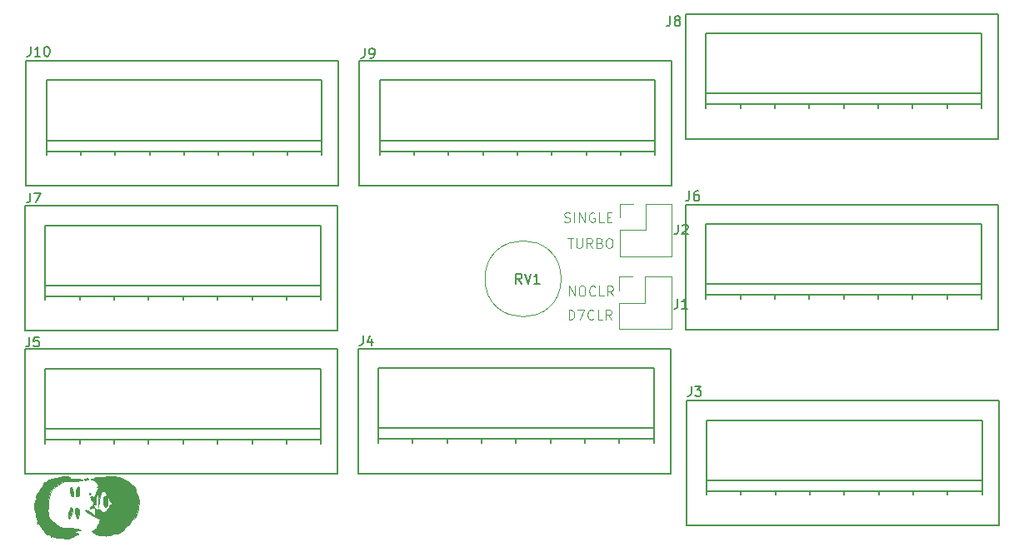
<source format=gbr>
G04 #@! TF.FileFunction,Legend,Top*
%FSLAX46Y46*%
G04 Gerber Fmt 4.6, Leading zero omitted, Abs format (unit mm)*
G04 Created by KiCad (PCBNEW 4.0.6) date Tue Oct  9 15:10:24 2018*
%MOMM*%
%LPD*%
G01*
G04 APERTURE LIST*
%ADD10C,0.100000*%
%ADD11C,0.125000*%
%ADD12C,0.010000*%
%ADD13C,0.150000*%
%ADD14C,0.120000*%
G04 APERTURE END LIST*
D10*
D11*
X156147143Y-106552381D02*
X156147143Y-105552381D01*
X156385238Y-105552381D01*
X156528096Y-105600000D01*
X156623334Y-105695238D01*
X156670953Y-105790476D01*
X156718572Y-105980952D01*
X156718572Y-106123810D01*
X156670953Y-106314286D01*
X156623334Y-106409524D01*
X156528096Y-106504762D01*
X156385238Y-106552381D01*
X156147143Y-106552381D01*
X157051905Y-105552381D02*
X157718572Y-105552381D01*
X157290000Y-106552381D01*
X158670953Y-106457143D02*
X158623334Y-106504762D01*
X158480477Y-106552381D01*
X158385239Y-106552381D01*
X158242381Y-106504762D01*
X158147143Y-106409524D01*
X158099524Y-106314286D01*
X158051905Y-106123810D01*
X158051905Y-105980952D01*
X158099524Y-105790476D01*
X158147143Y-105695238D01*
X158242381Y-105600000D01*
X158385239Y-105552381D01*
X158480477Y-105552381D01*
X158623334Y-105600000D01*
X158670953Y-105647619D01*
X159575715Y-106552381D02*
X159099524Y-106552381D01*
X159099524Y-105552381D01*
X160480477Y-106552381D02*
X160147143Y-106076190D01*
X159909048Y-106552381D02*
X159909048Y-105552381D01*
X160290001Y-105552381D01*
X160385239Y-105600000D01*
X160432858Y-105647619D01*
X160480477Y-105742857D01*
X160480477Y-105885714D01*
X160432858Y-105980952D01*
X160385239Y-106028571D01*
X160290001Y-106076190D01*
X159909048Y-106076190D01*
X156155714Y-104122381D02*
X156155714Y-103122381D01*
X156727143Y-104122381D01*
X156727143Y-103122381D01*
X157393809Y-103122381D02*
X157584286Y-103122381D01*
X157679524Y-103170000D01*
X157774762Y-103265238D01*
X157822381Y-103455714D01*
X157822381Y-103789048D01*
X157774762Y-103979524D01*
X157679524Y-104074762D01*
X157584286Y-104122381D01*
X157393809Y-104122381D01*
X157298571Y-104074762D01*
X157203333Y-103979524D01*
X157155714Y-103789048D01*
X157155714Y-103455714D01*
X157203333Y-103265238D01*
X157298571Y-103170000D01*
X157393809Y-103122381D01*
X158822381Y-104027143D02*
X158774762Y-104074762D01*
X158631905Y-104122381D01*
X158536667Y-104122381D01*
X158393809Y-104074762D01*
X158298571Y-103979524D01*
X158250952Y-103884286D01*
X158203333Y-103693810D01*
X158203333Y-103550952D01*
X158250952Y-103360476D01*
X158298571Y-103265238D01*
X158393809Y-103170000D01*
X158536667Y-103122381D01*
X158631905Y-103122381D01*
X158774762Y-103170000D01*
X158822381Y-103217619D01*
X159727143Y-104122381D02*
X159250952Y-104122381D01*
X159250952Y-103122381D01*
X160631905Y-104122381D02*
X160298571Y-103646190D01*
X160060476Y-104122381D02*
X160060476Y-103122381D01*
X160441429Y-103122381D01*
X160536667Y-103170000D01*
X160584286Y-103217619D01*
X160631905Y-103312857D01*
X160631905Y-103455714D01*
X160584286Y-103550952D01*
X160536667Y-103598571D01*
X160441429Y-103646190D01*
X160060476Y-103646190D01*
X156016667Y-98252381D02*
X156588096Y-98252381D01*
X156302381Y-99252381D02*
X156302381Y-98252381D01*
X156921429Y-98252381D02*
X156921429Y-99061905D01*
X156969048Y-99157143D01*
X157016667Y-99204762D01*
X157111905Y-99252381D01*
X157302382Y-99252381D01*
X157397620Y-99204762D01*
X157445239Y-99157143D01*
X157492858Y-99061905D01*
X157492858Y-98252381D01*
X158540477Y-99252381D02*
X158207143Y-98776190D01*
X157969048Y-99252381D02*
X157969048Y-98252381D01*
X158350001Y-98252381D01*
X158445239Y-98300000D01*
X158492858Y-98347619D01*
X158540477Y-98442857D01*
X158540477Y-98585714D01*
X158492858Y-98680952D01*
X158445239Y-98728571D01*
X158350001Y-98776190D01*
X157969048Y-98776190D01*
X159302382Y-98728571D02*
X159445239Y-98776190D01*
X159492858Y-98823810D01*
X159540477Y-98919048D01*
X159540477Y-99061905D01*
X159492858Y-99157143D01*
X159445239Y-99204762D01*
X159350001Y-99252381D01*
X158969048Y-99252381D01*
X158969048Y-98252381D01*
X159302382Y-98252381D01*
X159397620Y-98300000D01*
X159445239Y-98347619D01*
X159492858Y-98442857D01*
X159492858Y-98538095D01*
X159445239Y-98633333D01*
X159397620Y-98680952D01*
X159302382Y-98728571D01*
X158969048Y-98728571D01*
X160159524Y-98252381D02*
X160350001Y-98252381D01*
X160445239Y-98300000D01*
X160540477Y-98395238D01*
X160588096Y-98585714D01*
X160588096Y-98919048D01*
X160540477Y-99109524D01*
X160445239Y-99204762D01*
X160350001Y-99252381D01*
X160159524Y-99252381D01*
X160064286Y-99204762D01*
X159969048Y-99109524D01*
X159921429Y-98919048D01*
X159921429Y-98585714D01*
X159969048Y-98395238D01*
X160064286Y-98300000D01*
X160159524Y-98252381D01*
X155695238Y-96584762D02*
X155838095Y-96632381D01*
X156076191Y-96632381D01*
X156171429Y-96584762D01*
X156219048Y-96537143D01*
X156266667Y-96441905D01*
X156266667Y-96346667D01*
X156219048Y-96251429D01*
X156171429Y-96203810D01*
X156076191Y-96156190D01*
X155885714Y-96108571D01*
X155790476Y-96060952D01*
X155742857Y-96013333D01*
X155695238Y-95918095D01*
X155695238Y-95822857D01*
X155742857Y-95727619D01*
X155790476Y-95680000D01*
X155885714Y-95632381D01*
X156123810Y-95632381D01*
X156266667Y-95680000D01*
X156695238Y-96632381D02*
X156695238Y-95632381D01*
X157171428Y-96632381D02*
X157171428Y-95632381D01*
X157742857Y-96632381D01*
X157742857Y-95632381D01*
X158742857Y-95680000D02*
X158647619Y-95632381D01*
X158504762Y-95632381D01*
X158361904Y-95680000D01*
X158266666Y-95775238D01*
X158219047Y-95870476D01*
X158171428Y-96060952D01*
X158171428Y-96203810D01*
X158219047Y-96394286D01*
X158266666Y-96489524D01*
X158361904Y-96584762D01*
X158504762Y-96632381D01*
X158600000Y-96632381D01*
X158742857Y-96584762D01*
X158790476Y-96537143D01*
X158790476Y-96203810D01*
X158600000Y-96203810D01*
X159695238Y-96632381D02*
X159219047Y-96632381D01*
X159219047Y-95632381D01*
X160028571Y-96108571D02*
X160361905Y-96108571D01*
X160504762Y-96632381D02*
X160028571Y-96632381D01*
X160028571Y-95632381D01*
X160504762Y-95632381D01*
D12*
G36*
X107027154Y-125885398D02*
X107194231Y-125920161D01*
X107198632Y-125921221D01*
X107413951Y-126021518D01*
X107647749Y-126199011D01*
X107715752Y-126266236D01*
X107898220Y-126437544D01*
X108049847Y-126538877D01*
X108092519Y-126550667D01*
X108159517Y-126526171D01*
X108102266Y-126449067D01*
X108037847Y-126304015D01*
X108004657Y-126070648D01*
X108003359Y-126004567D01*
X108010320Y-125795180D01*
X108037586Y-125731162D01*
X108101566Y-125788593D01*
X108128029Y-125822830D01*
X108225637Y-125927850D01*
X108281837Y-125895584D01*
X108300149Y-125853324D01*
X108353835Y-125783726D01*
X108447524Y-125827029D01*
X108552630Y-125924995D01*
X108776532Y-126094330D01*
X108968321Y-126110595D01*
X109060955Y-126062537D01*
X109171843Y-125945389D01*
X109300862Y-125762572D01*
X109409610Y-125575250D01*
X109459688Y-125444583D01*
X109458828Y-125428834D01*
X109509183Y-125372936D01*
X109567000Y-125365334D01*
X109672751Y-125307735D01*
X109683827Y-125185333D01*
X109600228Y-125073718D01*
X109567000Y-125057285D01*
X109459917Y-124941823D01*
X109440000Y-124848275D01*
X109404682Y-124715661D01*
X109359757Y-124688000D01*
X109310514Y-124764411D01*
X109270091Y-124960669D01*
X109253924Y-125132500D01*
X109229563Y-125395565D01*
X109183985Y-125529566D01*
X109099547Y-125574732D01*
X109059000Y-125577000D01*
X108964990Y-125557143D01*
X108909705Y-125472528D01*
X108879446Y-125285590D01*
X108864338Y-125043167D01*
X108855829Y-124752175D01*
X108871088Y-124594607D01*
X108918709Y-124535233D01*
X108988269Y-124535167D01*
X109119860Y-124494872D01*
X109174085Y-124358116D01*
X109134094Y-124186589D01*
X109097957Y-124133600D01*
X108923609Y-124005781D01*
X108757136Y-124032654D01*
X108610471Y-124199629D01*
X108495547Y-124492112D01*
X108424296Y-124895512D01*
X108418086Y-124965015D01*
X108369840Y-125577000D01*
X108354586Y-124923491D01*
X108341605Y-124591061D01*
X108317375Y-124399008D01*
X108275099Y-124318436D01*
X108212333Y-124318716D01*
X108134147Y-124404252D01*
X108094259Y-124604051D01*
X108085333Y-124866392D01*
X108076027Y-125155440D01*
X108042083Y-125309858D01*
X107974462Y-125363629D01*
X107952627Y-125365334D01*
X107861387Y-125410092D01*
X107877031Y-125545270D01*
X107895854Y-125670372D01*
X107836695Y-125664981D01*
X107696885Y-125660087D01*
X107623495Y-125700823D01*
X107500209Y-125749398D01*
X107452874Y-125708112D01*
X107466776Y-125629865D01*
X107515696Y-125619334D01*
X107639024Y-125550919D01*
X107725723Y-125428834D01*
X107792133Y-125232674D01*
X107806977Y-125060376D01*
X107768342Y-124969546D01*
X107741022Y-124967871D01*
X107669191Y-124920388D01*
X107663266Y-124899667D01*
X107599070Y-124762374D01*
X107562844Y-124712876D01*
X107510053Y-124573506D01*
X107570037Y-124490041D01*
X107697037Y-124514649D01*
X107721033Y-124532527D01*
X107838544Y-124589476D01*
X107944387Y-124508618D01*
X107967495Y-124478122D01*
X108062554Y-124286934D01*
X108085333Y-124168025D01*
X108139638Y-124003310D01*
X108191166Y-123951374D01*
X108281821Y-123834907D01*
X108306421Y-123690944D01*
X108258196Y-123594599D01*
X108224092Y-123586037D01*
X108190763Y-123554350D01*
X108242241Y-123512138D01*
X108302648Y-123393083D01*
X108252319Y-123223677D01*
X108122697Y-123045544D01*
X107945222Y-122900308D01*
X107751336Y-122829596D01*
X107725500Y-122828027D01*
X107599724Y-122789439D01*
X107577333Y-122748594D01*
X107644171Y-122703439D01*
X107734990Y-122713082D01*
X107892685Y-122689152D01*
X107943934Y-122620659D01*
X108027561Y-122533541D01*
X108210016Y-122519092D01*
X108315444Y-122530613D01*
X108569746Y-122539396D01*
X108909634Y-122518451D01*
X109209112Y-122480131D01*
X109900956Y-122442993D01*
X110545248Y-122568019D01*
X111147547Y-122856716D01*
X111472000Y-123093268D01*
X111759756Y-123337534D01*
X111944197Y-123519615D01*
X112057004Y-123679551D01*
X112129858Y-123857377D01*
X112160682Y-123963581D01*
X112254561Y-124280263D01*
X112360047Y-124596485D01*
X112370829Y-124626214D01*
X112466677Y-125093857D01*
X112443229Y-125659846D01*
X112408982Y-125873334D01*
X112262713Y-126356168D01*
X112030939Y-126720616D01*
X111824620Y-126893226D01*
X111647524Y-127040347D01*
X111558985Y-127191131D01*
X111556666Y-127213166D01*
X111486560Y-127360709D01*
X111341078Y-127468382D01*
X111146459Y-127612207D01*
X110981260Y-127820076D01*
X110981245Y-127820104D01*
X110858318Y-127991387D01*
X110749679Y-128073024D01*
X110740225Y-128074132D01*
X110625528Y-128141782D01*
X110600963Y-128185385D01*
X110492396Y-128259598D01*
X110260311Y-128308257D01*
X110149376Y-128317280D01*
X109901619Y-128342564D01*
X109732894Y-128382967D01*
X109695971Y-128406236D01*
X109586302Y-128451054D01*
X109485215Y-128448483D01*
X109292826Y-128469373D01*
X109210048Y-128513175D01*
X109068892Y-128555351D01*
X108986454Y-128508060D01*
X108823089Y-128454366D01*
X108616341Y-128463766D01*
X108402970Y-128468355D01*
X108171055Y-128379884D01*
X107996467Y-128273573D01*
X107631828Y-128032334D01*
X107857997Y-127952695D01*
X108044024Y-127835181D01*
X108137097Y-127698695D01*
X108231904Y-127490752D01*
X108295642Y-127397334D01*
X108396648Y-127217366D01*
X108454087Y-127047410D01*
X108467839Y-126886413D01*
X108383876Y-126786305D01*
X108232625Y-126716379D01*
X107971293Y-126588304D01*
X107706627Y-126423039D01*
X107688815Y-126410136D01*
X107498125Y-126283209D01*
X107361226Y-126215478D01*
X107342104Y-126212000D01*
X107233892Y-126155125D01*
X107105921Y-126036319D01*
X107004347Y-125915887D01*
X107027154Y-125885398D01*
X107027154Y-125885398D01*
G37*
X107027154Y-125885398D02*
X107194231Y-125920161D01*
X107198632Y-125921221D01*
X107413951Y-126021518D01*
X107647749Y-126199011D01*
X107715752Y-126266236D01*
X107898220Y-126437544D01*
X108049847Y-126538877D01*
X108092519Y-126550667D01*
X108159517Y-126526171D01*
X108102266Y-126449067D01*
X108037847Y-126304015D01*
X108004657Y-126070648D01*
X108003359Y-126004567D01*
X108010320Y-125795180D01*
X108037586Y-125731162D01*
X108101566Y-125788593D01*
X108128029Y-125822830D01*
X108225637Y-125927850D01*
X108281837Y-125895584D01*
X108300149Y-125853324D01*
X108353835Y-125783726D01*
X108447524Y-125827029D01*
X108552630Y-125924995D01*
X108776532Y-126094330D01*
X108968321Y-126110595D01*
X109060955Y-126062537D01*
X109171843Y-125945389D01*
X109300862Y-125762572D01*
X109409610Y-125575250D01*
X109459688Y-125444583D01*
X109458828Y-125428834D01*
X109509183Y-125372936D01*
X109567000Y-125365334D01*
X109672751Y-125307735D01*
X109683827Y-125185333D01*
X109600228Y-125073718D01*
X109567000Y-125057285D01*
X109459917Y-124941823D01*
X109440000Y-124848275D01*
X109404682Y-124715661D01*
X109359757Y-124688000D01*
X109310514Y-124764411D01*
X109270091Y-124960669D01*
X109253924Y-125132500D01*
X109229563Y-125395565D01*
X109183985Y-125529566D01*
X109099547Y-125574732D01*
X109059000Y-125577000D01*
X108964990Y-125557143D01*
X108909705Y-125472528D01*
X108879446Y-125285590D01*
X108864338Y-125043167D01*
X108855829Y-124752175D01*
X108871088Y-124594607D01*
X108918709Y-124535233D01*
X108988269Y-124535167D01*
X109119860Y-124494872D01*
X109174085Y-124358116D01*
X109134094Y-124186589D01*
X109097957Y-124133600D01*
X108923609Y-124005781D01*
X108757136Y-124032654D01*
X108610471Y-124199629D01*
X108495547Y-124492112D01*
X108424296Y-124895512D01*
X108418086Y-124965015D01*
X108369840Y-125577000D01*
X108354586Y-124923491D01*
X108341605Y-124591061D01*
X108317375Y-124399008D01*
X108275099Y-124318436D01*
X108212333Y-124318716D01*
X108134147Y-124404252D01*
X108094259Y-124604051D01*
X108085333Y-124866392D01*
X108076027Y-125155440D01*
X108042083Y-125309858D01*
X107974462Y-125363629D01*
X107952627Y-125365334D01*
X107861387Y-125410092D01*
X107877031Y-125545270D01*
X107895854Y-125670372D01*
X107836695Y-125664981D01*
X107696885Y-125660087D01*
X107623495Y-125700823D01*
X107500209Y-125749398D01*
X107452874Y-125708112D01*
X107466776Y-125629865D01*
X107515696Y-125619334D01*
X107639024Y-125550919D01*
X107725723Y-125428834D01*
X107792133Y-125232674D01*
X107806977Y-125060376D01*
X107768342Y-124969546D01*
X107741022Y-124967871D01*
X107669191Y-124920388D01*
X107663266Y-124899667D01*
X107599070Y-124762374D01*
X107562844Y-124712876D01*
X107510053Y-124573506D01*
X107570037Y-124490041D01*
X107697037Y-124514649D01*
X107721033Y-124532527D01*
X107838544Y-124589476D01*
X107944387Y-124508618D01*
X107967495Y-124478122D01*
X108062554Y-124286934D01*
X108085333Y-124168025D01*
X108139638Y-124003310D01*
X108191166Y-123951374D01*
X108281821Y-123834907D01*
X108306421Y-123690944D01*
X108258196Y-123594599D01*
X108224092Y-123586037D01*
X108190763Y-123554350D01*
X108242241Y-123512138D01*
X108302648Y-123393083D01*
X108252319Y-123223677D01*
X108122697Y-123045544D01*
X107945222Y-122900308D01*
X107751336Y-122829596D01*
X107725500Y-122828027D01*
X107599724Y-122789439D01*
X107577333Y-122748594D01*
X107644171Y-122703439D01*
X107734990Y-122713082D01*
X107892685Y-122689152D01*
X107943934Y-122620659D01*
X108027561Y-122533541D01*
X108210016Y-122519092D01*
X108315444Y-122530613D01*
X108569746Y-122539396D01*
X108909634Y-122518451D01*
X109209112Y-122480131D01*
X109900956Y-122442993D01*
X110545248Y-122568019D01*
X111147547Y-122856716D01*
X111472000Y-123093268D01*
X111759756Y-123337534D01*
X111944197Y-123519615D01*
X112057004Y-123679551D01*
X112129858Y-123857377D01*
X112160682Y-123963581D01*
X112254561Y-124280263D01*
X112360047Y-124596485D01*
X112370829Y-124626214D01*
X112466677Y-125093857D01*
X112443229Y-125659846D01*
X112408982Y-125873334D01*
X112262713Y-126356168D01*
X112030939Y-126720616D01*
X111824620Y-126893226D01*
X111647524Y-127040347D01*
X111558985Y-127191131D01*
X111556666Y-127213166D01*
X111486560Y-127360709D01*
X111341078Y-127468382D01*
X111146459Y-127612207D01*
X110981260Y-127820076D01*
X110981245Y-127820104D01*
X110858318Y-127991387D01*
X110749679Y-128073024D01*
X110740225Y-128074132D01*
X110625528Y-128141782D01*
X110600963Y-128185385D01*
X110492396Y-128259598D01*
X110260311Y-128308257D01*
X110149376Y-128317280D01*
X109901619Y-128342564D01*
X109732894Y-128382967D01*
X109695971Y-128406236D01*
X109586302Y-128451054D01*
X109485215Y-128448483D01*
X109292826Y-128469373D01*
X109210048Y-128513175D01*
X109068892Y-128555351D01*
X108986454Y-128508060D01*
X108823089Y-128454366D01*
X108616341Y-128463766D01*
X108402970Y-128468355D01*
X108171055Y-128379884D01*
X107996467Y-128273573D01*
X107631828Y-128032334D01*
X107857997Y-127952695D01*
X108044024Y-127835181D01*
X108137097Y-127698695D01*
X108231904Y-127490752D01*
X108295642Y-127397334D01*
X108396648Y-127217366D01*
X108454087Y-127047410D01*
X108467839Y-126886413D01*
X108383876Y-126786305D01*
X108232625Y-126716379D01*
X107971293Y-126588304D01*
X107706627Y-126423039D01*
X107688815Y-126410136D01*
X107498125Y-126283209D01*
X107361226Y-126215478D01*
X107342104Y-126212000D01*
X107233892Y-126155125D01*
X107105921Y-126036319D01*
X107004347Y-125915887D01*
X107027154Y-125885398D01*
G36*
X107384915Y-124192418D02*
X107445336Y-124180000D01*
X107567665Y-124207903D01*
X107530994Y-124281215D01*
X107498516Y-124303385D01*
X107389777Y-124292767D01*
X107366520Y-124266048D01*
X107384915Y-124192418D01*
X107384915Y-124192418D01*
G37*
X107384915Y-124192418D02*
X107445336Y-124180000D01*
X107567665Y-124207903D01*
X107530994Y-124281215D01*
X107498516Y-124303385D01*
X107389777Y-124292767D01*
X107366520Y-124266048D01*
X107384915Y-124192418D01*
G36*
X106874509Y-122757699D02*
X107020128Y-122692493D01*
X107020952Y-122692286D01*
X107217813Y-122677200D01*
X107335461Y-122718929D01*
X107337246Y-122795202D01*
X107181096Y-122850150D01*
X106981017Y-122862182D01*
X106870147Y-122822813D01*
X106874509Y-122757699D01*
X106874509Y-122757699D01*
G37*
X106874509Y-122757699D02*
X107020128Y-122692493D01*
X107020952Y-122692286D01*
X107217813Y-122677200D01*
X107335461Y-122718929D01*
X107337246Y-122795202D01*
X107181096Y-122850150D01*
X106981017Y-122862182D01*
X106870147Y-122822813D01*
X106874509Y-122757699D01*
G36*
X101804285Y-125329757D02*
X101914382Y-124973645D01*
X101966836Y-124881275D01*
X102035122Y-124735246D01*
X102001166Y-124688000D01*
X101955886Y-124627123D01*
X101984928Y-124480889D01*
X102067290Y-124303898D01*
X102181970Y-124150748D01*
X102220994Y-124116500D01*
X102305433Y-124033187D01*
X102294734Y-124010667D01*
X102303866Y-123952150D01*
X102398742Y-123802330D01*
X102490218Y-123680983D01*
X102643295Y-123461715D01*
X102737254Y-123277045D01*
X102751333Y-123215317D01*
X102817922Y-123088293D01*
X103009915Y-123066889D01*
X103026500Y-123069308D01*
X103088690Y-123016407D01*
X103090000Y-123000750D01*
X103167799Y-122912407D01*
X103376740Y-122812276D01*
X103680137Y-122711103D01*
X104041304Y-122619633D01*
X104423556Y-122548612D01*
X104763880Y-122510463D01*
X105107752Y-122490837D01*
X105312462Y-122491866D01*
X105407332Y-122517239D01*
X105421681Y-122570647D01*
X105414786Y-122592379D01*
X105420503Y-122680489D01*
X105543749Y-122732101D01*
X105715549Y-122755262D01*
X105941470Y-122762929D01*
X106084438Y-122741821D01*
X106103137Y-122728579D01*
X106195462Y-122713761D01*
X106373984Y-122738607D01*
X106564751Y-122787769D01*
X106693809Y-122845900D01*
X106701687Y-122852799D01*
X106642825Y-122877624D01*
X106456958Y-122910096D01*
X106212102Y-122940079D01*
X105836999Y-122971087D01*
X105447053Y-122990865D01*
X105249706Y-122994667D01*
X104995000Y-123010532D01*
X104995000Y-122656000D01*
X105037333Y-122613667D01*
X104995000Y-122571334D01*
X104952666Y-122613667D01*
X104995000Y-122656000D01*
X104995000Y-123010532D01*
X104974614Y-123011802D01*
X104737414Y-123078861D01*
X104470525Y-123219324D01*
X104309626Y-123321283D01*
X103949252Y-123567635D01*
X103701234Y-123779968D01*
X103536410Y-124003627D01*
X103425617Y-124283956D01*
X103339693Y-124666299D01*
X103300148Y-124890934D01*
X103218556Y-125513160D01*
X103202517Y-126018083D01*
X103216335Y-126193671D01*
X103263421Y-126464262D01*
X103346121Y-126670031D01*
X103497955Y-126873234D01*
X103690700Y-127074764D01*
X104064355Y-127404990D01*
X104421316Y-127608737D01*
X104820837Y-127710873D01*
X105267447Y-127736473D01*
X105624763Y-127751814D01*
X105968331Y-127791150D01*
X106180333Y-127834963D01*
X106519000Y-127932982D01*
X106224758Y-127997032D01*
X106013124Y-128030286D01*
X105879505Y-128027955D01*
X105870775Y-128024161D01*
X105779561Y-128046192D01*
X105757853Y-128073286D01*
X105782076Y-128141873D01*
X105872078Y-128159334D01*
X106115276Y-128192887D01*
X106273787Y-128278560D01*
X106307333Y-128351837D01*
X106271784Y-128400604D01*
X106253390Y-128387613D01*
X106156084Y-128394877D01*
X105989219Y-128483841D01*
X105965153Y-128500502D01*
X105766694Y-128615917D01*
X105606596Y-128667179D01*
X105600760Y-128667334D01*
X105453153Y-128715890D01*
X105418333Y-128752001D01*
X105299113Y-128813150D01*
X105094719Y-128834453D01*
X104884440Y-128816391D01*
X104747565Y-128759441D01*
X104738459Y-128747889D01*
X104640921Y-128707605D01*
X104582456Y-128743046D01*
X104427081Y-128779113D01*
X104364838Y-128754991D01*
X104201661Y-128712939D01*
X104143408Y-128723273D01*
X104063666Y-128711518D01*
X104063666Y-128413334D01*
X104106000Y-128371000D01*
X104063666Y-128328667D01*
X104021333Y-128371000D01*
X104063666Y-128413334D01*
X104063666Y-128711518D01*
X104011534Y-128703832D01*
X103981713Y-128671725D01*
X103880423Y-128617028D01*
X103846149Y-128628616D01*
X103773671Y-128612573D01*
X103767333Y-128577297D01*
X103736840Y-128520332D01*
X103650220Y-128574461D01*
X103541583Y-128622424D01*
X103483544Y-128542495D01*
X103367925Y-128435954D01*
X103262727Y-128413334D01*
X103125277Y-128361679D01*
X103125277Y-128237316D01*
X103235091Y-128221750D01*
X103236402Y-128192848D01*
X103123085Y-128172636D01*
X103074125Y-128186164D01*
X103042054Y-128223758D01*
X103125277Y-128237316D01*
X103125277Y-128361679D01*
X103099083Y-128351834D01*
X102898714Y-128200802D01*
X102714177Y-128010439D01*
X102598027Y-127830947D01*
X102581999Y-127763119D01*
X102513956Y-127631968D01*
X102460346Y-127599336D01*
X102377626Y-127495752D01*
X102384737Y-127432660D01*
X102364687Y-127336762D01*
X102231225Y-127311371D01*
X102102243Y-127298165D01*
X102126741Y-127249875D01*
X102158666Y-127228001D01*
X102231734Y-127160952D01*
X102174836Y-127144630D01*
X102104690Y-127096217D01*
X102116333Y-127058667D01*
X102126543Y-126917944D01*
X102107726Y-126875408D01*
X102055374Y-126720676D01*
X102028588Y-126545410D01*
X101976746Y-126304377D01*
X101877358Y-126047355D01*
X101876224Y-126045075D01*
X101789514Y-125713251D01*
X101804285Y-125329757D01*
X101804285Y-125329757D01*
G37*
X101804285Y-125329757D02*
X101914382Y-124973645D01*
X101966836Y-124881275D01*
X102035122Y-124735246D01*
X102001166Y-124688000D01*
X101955886Y-124627123D01*
X101984928Y-124480889D01*
X102067290Y-124303898D01*
X102181970Y-124150748D01*
X102220994Y-124116500D01*
X102305433Y-124033187D01*
X102294734Y-124010667D01*
X102303866Y-123952150D01*
X102398742Y-123802330D01*
X102490218Y-123680983D01*
X102643295Y-123461715D01*
X102737254Y-123277045D01*
X102751333Y-123215317D01*
X102817922Y-123088293D01*
X103009915Y-123066889D01*
X103026500Y-123069308D01*
X103088690Y-123016407D01*
X103090000Y-123000750D01*
X103167799Y-122912407D01*
X103376740Y-122812276D01*
X103680137Y-122711103D01*
X104041304Y-122619633D01*
X104423556Y-122548612D01*
X104763880Y-122510463D01*
X105107752Y-122490837D01*
X105312462Y-122491866D01*
X105407332Y-122517239D01*
X105421681Y-122570647D01*
X105414786Y-122592379D01*
X105420503Y-122680489D01*
X105543749Y-122732101D01*
X105715549Y-122755262D01*
X105941470Y-122762929D01*
X106084438Y-122741821D01*
X106103137Y-122728579D01*
X106195462Y-122713761D01*
X106373984Y-122738607D01*
X106564751Y-122787769D01*
X106693809Y-122845900D01*
X106701687Y-122852799D01*
X106642825Y-122877624D01*
X106456958Y-122910096D01*
X106212102Y-122940079D01*
X105836999Y-122971087D01*
X105447053Y-122990865D01*
X105249706Y-122994667D01*
X104995000Y-123010532D01*
X104995000Y-122656000D01*
X105037333Y-122613667D01*
X104995000Y-122571334D01*
X104952666Y-122613667D01*
X104995000Y-122656000D01*
X104995000Y-123010532D01*
X104974614Y-123011802D01*
X104737414Y-123078861D01*
X104470525Y-123219324D01*
X104309626Y-123321283D01*
X103949252Y-123567635D01*
X103701234Y-123779968D01*
X103536410Y-124003627D01*
X103425617Y-124283956D01*
X103339693Y-124666299D01*
X103300148Y-124890934D01*
X103218556Y-125513160D01*
X103202517Y-126018083D01*
X103216335Y-126193671D01*
X103263421Y-126464262D01*
X103346121Y-126670031D01*
X103497955Y-126873234D01*
X103690700Y-127074764D01*
X104064355Y-127404990D01*
X104421316Y-127608737D01*
X104820837Y-127710873D01*
X105267447Y-127736473D01*
X105624763Y-127751814D01*
X105968331Y-127791150D01*
X106180333Y-127834963D01*
X106519000Y-127932982D01*
X106224758Y-127997032D01*
X106013124Y-128030286D01*
X105879505Y-128027955D01*
X105870775Y-128024161D01*
X105779561Y-128046192D01*
X105757853Y-128073286D01*
X105782076Y-128141873D01*
X105872078Y-128159334D01*
X106115276Y-128192887D01*
X106273787Y-128278560D01*
X106307333Y-128351837D01*
X106271784Y-128400604D01*
X106253390Y-128387613D01*
X106156084Y-128394877D01*
X105989219Y-128483841D01*
X105965153Y-128500502D01*
X105766694Y-128615917D01*
X105606596Y-128667179D01*
X105600760Y-128667334D01*
X105453153Y-128715890D01*
X105418333Y-128752001D01*
X105299113Y-128813150D01*
X105094719Y-128834453D01*
X104884440Y-128816391D01*
X104747565Y-128759441D01*
X104738459Y-128747889D01*
X104640921Y-128707605D01*
X104582456Y-128743046D01*
X104427081Y-128779113D01*
X104364838Y-128754991D01*
X104201661Y-128712939D01*
X104143408Y-128723273D01*
X104063666Y-128711518D01*
X104063666Y-128413334D01*
X104106000Y-128371000D01*
X104063666Y-128328667D01*
X104021333Y-128371000D01*
X104063666Y-128413334D01*
X104063666Y-128711518D01*
X104011534Y-128703832D01*
X103981713Y-128671725D01*
X103880423Y-128617028D01*
X103846149Y-128628616D01*
X103773671Y-128612573D01*
X103767333Y-128577297D01*
X103736840Y-128520332D01*
X103650220Y-128574461D01*
X103541583Y-128622424D01*
X103483544Y-128542495D01*
X103367925Y-128435954D01*
X103262727Y-128413334D01*
X103125277Y-128361679D01*
X103125277Y-128237316D01*
X103235091Y-128221750D01*
X103236402Y-128192848D01*
X103123085Y-128172636D01*
X103074125Y-128186164D01*
X103042054Y-128223758D01*
X103125277Y-128237316D01*
X103125277Y-128361679D01*
X103099083Y-128351834D01*
X102898714Y-128200802D01*
X102714177Y-128010439D01*
X102598027Y-127830947D01*
X102581999Y-127763119D01*
X102513956Y-127631968D01*
X102460346Y-127599336D01*
X102377626Y-127495752D01*
X102384737Y-127432660D01*
X102364687Y-127336762D01*
X102231225Y-127311371D01*
X102102243Y-127298165D01*
X102126741Y-127249875D01*
X102158666Y-127228001D01*
X102231734Y-127160952D01*
X102174836Y-127144630D01*
X102104690Y-127096217D01*
X102116333Y-127058667D01*
X102126543Y-126917944D01*
X102107726Y-126875408D01*
X102055374Y-126720676D01*
X102028588Y-126545410D01*
X101976746Y-126304377D01*
X101877358Y-126047355D01*
X101876224Y-126045075D01*
X101789514Y-125713251D01*
X101804285Y-125329757D01*
G36*
X106057664Y-125724473D02*
X106144891Y-125704000D01*
X106318148Y-125774687D01*
X106401592Y-125974223D01*
X106388341Y-126283822D01*
X106377501Y-126339000D01*
X106303963Y-126650238D01*
X106243482Y-126800927D01*
X106183373Y-126797881D01*
X106180333Y-126791587D01*
X106180333Y-126550667D01*
X106222666Y-126508334D01*
X106180333Y-126466000D01*
X106138000Y-126508334D01*
X106180333Y-126550667D01*
X106180333Y-126791587D01*
X106110947Y-126647916D01*
X106062279Y-126508334D01*
X105967367Y-126131362D01*
X105966254Y-125865935D01*
X106057664Y-125724473D01*
X106057664Y-125724473D01*
G37*
X106057664Y-125724473D02*
X106144891Y-125704000D01*
X106318148Y-125774687D01*
X106401592Y-125974223D01*
X106388341Y-126283822D01*
X106377501Y-126339000D01*
X106303963Y-126650238D01*
X106243482Y-126800927D01*
X106183373Y-126797881D01*
X106180333Y-126791587D01*
X106180333Y-126550667D01*
X106222666Y-126508334D01*
X106180333Y-126466000D01*
X106138000Y-126508334D01*
X106180333Y-126550667D01*
X106180333Y-126791587D01*
X106110947Y-126647916D01*
X106062279Y-126508334D01*
X105967367Y-126131362D01*
X105966254Y-125865935D01*
X106057664Y-125724473D01*
G36*
X106018228Y-124284083D02*
X106019761Y-124265717D01*
X106068415Y-123954958D01*
X106148717Y-123696673D01*
X106244147Y-123535020D01*
X106305237Y-123502667D01*
X106353008Y-123580282D01*
X106384048Y-123785454D01*
X106392000Y-124000797D01*
X106385835Y-124281902D01*
X106356639Y-124437016D01*
X106288363Y-124509340D01*
X106265000Y-124516102D01*
X106265000Y-124264667D01*
X106307333Y-124222334D01*
X106265000Y-124180000D01*
X106222666Y-124222334D01*
X106265000Y-124264667D01*
X106265000Y-124516102D01*
X106192765Y-124537013D01*
X106062991Y-124546027D01*
X106013916Y-124475993D01*
X106018228Y-124284083D01*
X106018228Y-124284083D01*
G37*
X106018228Y-124284083D02*
X106019761Y-124265717D01*
X106068415Y-123954958D01*
X106148717Y-123696673D01*
X106244147Y-123535020D01*
X106305237Y-123502667D01*
X106353008Y-123580282D01*
X106384048Y-123785454D01*
X106392000Y-124000797D01*
X106385835Y-124281902D01*
X106356639Y-124437016D01*
X106288363Y-124509340D01*
X106265000Y-124516102D01*
X106265000Y-124264667D01*
X106307333Y-124222334D01*
X106265000Y-124180000D01*
X106222666Y-124222334D01*
X106265000Y-124264667D01*
X106265000Y-124516102D01*
X106192765Y-124537013D01*
X106062991Y-124546027D01*
X106013916Y-124475993D01*
X106018228Y-124284083D01*
G36*
X105501105Y-123684853D02*
X105553664Y-123578165D01*
X105587666Y-123573419D01*
X105657732Y-123667310D01*
X105726915Y-123864170D01*
X105782177Y-124103399D01*
X105810477Y-124324400D01*
X105798776Y-124466573D01*
X105783994Y-124485814D01*
X105663986Y-124478351D01*
X105579880Y-124427539D01*
X105515833Y-124304371D01*
X105481689Y-124102903D01*
X105476946Y-123878081D01*
X105501105Y-123684853D01*
X105501105Y-123684853D01*
G37*
X105501105Y-123684853D02*
X105553664Y-123578165D01*
X105587666Y-123573419D01*
X105657732Y-123667310D01*
X105726915Y-123864170D01*
X105782177Y-124103399D01*
X105810477Y-124324400D01*
X105798776Y-124466573D01*
X105783994Y-124485814D01*
X105663986Y-124478351D01*
X105579880Y-124427539D01*
X105515833Y-124304371D01*
X105481689Y-124102903D01*
X105476946Y-123878081D01*
X105501105Y-123684853D01*
G36*
X105320850Y-126139808D02*
X105359549Y-125986535D01*
X105389123Y-125958000D01*
X105437277Y-125909168D01*
X105428916Y-125890458D01*
X105432421Y-125770314D01*
X105466253Y-125699958D01*
X105543609Y-125620449D01*
X105621086Y-125692527D01*
X105628703Y-125704000D01*
X105693442Y-125851911D01*
X105692700Y-126034799D01*
X105622875Y-126301392D01*
X105573926Y-126444834D01*
X105465473Y-126699856D01*
X105382222Y-126787748D01*
X105327509Y-126709295D01*
X105304670Y-126465284D01*
X105304308Y-126381334D01*
X105320850Y-126139808D01*
X105320850Y-126139808D01*
G37*
X105320850Y-126139808D02*
X105359549Y-125986535D01*
X105389123Y-125958000D01*
X105437277Y-125909168D01*
X105428916Y-125890458D01*
X105432421Y-125770314D01*
X105466253Y-125699958D01*
X105543609Y-125620449D01*
X105621086Y-125692527D01*
X105628703Y-125704000D01*
X105693442Y-125851911D01*
X105692700Y-126034799D01*
X105622875Y-126301392D01*
X105573926Y-126444834D01*
X105465473Y-126699856D01*
X105382222Y-126787748D01*
X105327509Y-126709295D01*
X105304670Y-126465284D01*
X105304308Y-126381334D01*
X105320850Y-126139808D01*
D13*
X166480000Y-109520000D02*
X166480000Y-122220000D01*
X166480000Y-122220000D02*
X134730000Y-122220000D01*
X134730000Y-122220000D02*
X134730000Y-109520000D01*
X134730000Y-109520000D02*
X166480000Y-109520000D01*
X161290000Y-118700000D02*
X161290000Y-119100000D01*
X147290000Y-118700000D02*
X147290000Y-119100000D01*
X157790000Y-118700000D02*
X157790000Y-119100000D01*
X154290000Y-118700000D02*
X154290000Y-119100000D01*
X140290000Y-118700000D02*
X140290000Y-119100000D01*
X143790000Y-118700000D02*
X143790000Y-119100000D01*
X150790000Y-118700000D02*
X150790000Y-119100000D01*
X136790000Y-117600000D02*
X164790000Y-117600000D01*
X136790000Y-118700000D02*
X164790000Y-118700000D01*
X136790000Y-111500000D02*
X136790000Y-119100000D01*
X164790000Y-119100000D02*
X164790000Y-111500000D01*
X164790000Y-111500000D02*
X136790000Y-111500000D01*
X199830000Y-114780000D02*
X199830000Y-127480000D01*
X199830000Y-127480000D02*
X168080000Y-127480000D01*
X168080000Y-127480000D02*
X168080000Y-114780000D01*
X168080000Y-114780000D02*
X199830000Y-114780000D01*
X194640000Y-123960000D02*
X194640000Y-124360000D01*
X180640000Y-123960000D02*
X180640000Y-124360000D01*
X191140000Y-123960000D02*
X191140000Y-124360000D01*
X187640000Y-123960000D02*
X187640000Y-124360000D01*
X173640000Y-123960000D02*
X173640000Y-124360000D01*
X177140000Y-123960000D02*
X177140000Y-124360000D01*
X184140000Y-123960000D02*
X184140000Y-124360000D01*
X170140000Y-122860000D02*
X198140000Y-122860000D01*
X170140000Y-123960000D02*
X198140000Y-123960000D01*
X170140000Y-116760000D02*
X170140000Y-124360000D01*
X198140000Y-124360000D02*
X198140000Y-116760000D01*
X198140000Y-116760000D02*
X170140000Y-116760000D01*
X166610000Y-80230000D02*
X166610000Y-92930000D01*
X166610000Y-92930000D02*
X134860000Y-92930000D01*
X134860000Y-92930000D02*
X134860000Y-80230000D01*
X134860000Y-80230000D02*
X166610000Y-80230000D01*
X161420000Y-89410000D02*
X161420000Y-89810000D01*
X147420000Y-89410000D02*
X147420000Y-89810000D01*
X157920000Y-89410000D02*
X157920000Y-89810000D01*
X154420000Y-89410000D02*
X154420000Y-89810000D01*
X140420000Y-89410000D02*
X140420000Y-89810000D01*
X143920000Y-89410000D02*
X143920000Y-89810000D01*
X150920000Y-89410000D02*
X150920000Y-89810000D01*
X136920000Y-88310000D02*
X164920000Y-88310000D01*
X136920000Y-89410000D02*
X164920000Y-89410000D01*
X136920000Y-82210000D02*
X136920000Y-89810000D01*
X164920000Y-89810000D02*
X164920000Y-82210000D01*
X164920000Y-82210000D02*
X136920000Y-82210000D01*
X132740000Y-80230000D02*
X132740000Y-92930000D01*
X132740000Y-92930000D02*
X100990000Y-92930000D01*
X100990000Y-92930000D02*
X100990000Y-80230000D01*
X100990000Y-80230000D02*
X132740000Y-80230000D01*
X127550000Y-89410000D02*
X127550000Y-89810000D01*
X113550000Y-89410000D02*
X113550000Y-89810000D01*
X124050000Y-89410000D02*
X124050000Y-89810000D01*
X120550000Y-89410000D02*
X120550000Y-89810000D01*
X106550000Y-89410000D02*
X106550000Y-89810000D01*
X110050000Y-89410000D02*
X110050000Y-89810000D01*
X117050000Y-89410000D02*
X117050000Y-89810000D01*
X103050000Y-88310000D02*
X131050000Y-88310000D01*
X103050000Y-89410000D02*
X131050000Y-89410000D01*
X103050000Y-82210000D02*
X103050000Y-89810000D01*
X131050000Y-89810000D02*
X131050000Y-82210000D01*
X131050000Y-82210000D02*
X103050000Y-82210000D01*
X199780000Y-75460000D02*
X199780000Y-88160000D01*
X199780000Y-88160000D02*
X168030000Y-88160000D01*
X168030000Y-88160000D02*
X168030000Y-75460000D01*
X168030000Y-75460000D02*
X199780000Y-75460000D01*
X194590000Y-84640000D02*
X194590000Y-85040000D01*
X180590000Y-84640000D02*
X180590000Y-85040000D01*
X191090000Y-84640000D02*
X191090000Y-85040000D01*
X187590000Y-84640000D02*
X187590000Y-85040000D01*
X173590000Y-84640000D02*
X173590000Y-85040000D01*
X177090000Y-84640000D02*
X177090000Y-85040000D01*
X184090000Y-84640000D02*
X184090000Y-85040000D01*
X170090000Y-83540000D02*
X198090000Y-83540000D01*
X170090000Y-84640000D02*
X198090000Y-84640000D01*
X170090000Y-77440000D02*
X170090000Y-85040000D01*
X198090000Y-85040000D02*
X198090000Y-77440000D01*
X198090000Y-77440000D02*
X170090000Y-77440000D01*
X132650000Y-94980000D02*
X132650000Y-107680000D01*
X132650000Y-107680000D02*
X100900000Y-107680000D01*
X100900000Y-107680000D02*
X100900000Y-94980000D01*
X100900000Y-94980000D02*
X132650000Y-94980000D01*
X127460000Y-104160000D02*
X127460000Y-104560000D01*
X113460000Y-104160000D02*
X113460000Y-104560000D01*
X123960000Y-104160000D02*
X123960000Y-104560000D01*
X120460000Y-104160000D02*
X120460000Y-104560000D01*
X106460000Y-104160000D02*
X106460000Y-104560000D01*
X109960000Y-104160000D02*
X109960000Y-104560000D01*
X116960000Y-104160000D02*
X116960000Y-104560000D01*
X102960000Y-103060000D02*
X130960000Y-103060000D01*
X102960000Y-104160000D02*
X130960000Y-104160000D01*
X102960000Y-96960000D02*
X102960000Y-104560000D01*
X130960000Y-104560000D02*
X130960000Y-96960000D01*
X130960000Y-96960000D02*
X102960000Y-96960000D01*
X132650000Y-109560000D02*
X132650000Y-122260000D01*
X132650000Y-122260000D02*
X100900000Y-122260000D01*
X100900000Y-122260000D02*
X100900000Y-109560000D01*
X100900000Y-109560000D02*
X132650000Y-109560000D01*
X127460000Y-118740000D02*
X127460000Y-119140000D01*
X113460000Y-118740000D02*
X113460000Y-119140000D01*
X123960000Y-118740000D02*
X123960000Y-119140000D01*
X120460000Y-118740000D02*
X120460000Y-119140000D01*
X106460000Y-118740000D02*
X106460000Y-119140000D01*
X109960000Y-118740000D02*
X109960000Y-119140000D01*
X116960000Y-118740000D02*
X116960000Y-119140000D01*
X102960000Y-117640000D02*
X130960000Y-117640000D01*
X102960000Y-118740000D02*
X130960000Y-118740000D01*
X102960000Y-111540000D02*
X102960000Y-119140000D01*
X130960000Y-119140000D02*
X130960000Y-111540000D01*
X130960000Y-111540000D02*
X102960000Y-111540000D01*
X194700000Y-94840000D02*
X199780000Y-94840000D01*
X199780000Y-94840000D02*
X199780000Y-107540000D01*
X199780000Y-107540000D02*
X168030000Y-107540000D01*
X168030000Y-107540000D02*
X168030000Y-94840000D01*
X168030000Y-94840000D02*
X194700000Y-94840000D01*
X194590000Y-104020000D02*
X194590000Y-104420000D01*
X180590000Y-104020000D02*
X180590000Y-104420000D01*
X191090000Y-104020000D02*
X191090000Y-104420000D01*
X187590000Y-104020000D02*
X187590000Y-104420000D01*
X173590000Y-104020000D02*
X173590000Y-104420000D01*
X177090000Y-104020000D02*
X177090000Y-104420000D01*
X184090000Y-104020000D02*
X184090000Y-104420000D01*
X170090000Y-102920000D02*
X198090000Y-102920000D01*
X170090000Y-104020000D02*
X198090000Y-104020000D01*
X170090000Y-96820000D02*
X170090000Y-104420000D01*
X198090000Y-104420000D02*
X198090000Y-96820000D01*
X198090000Y-96820000D02*
X170090000Y-96820000D01*
D14*
X161230000Y-104830000D02*
X161230000Y-107490000D01*
X161230000Y-107490000D02*
X166550000Y-107490000D01*
X166550000Y-107490000D02*
X166550000Y-102170000D01*
X166550000Y-102170000D02*
X163890000Y-102170000D01*
X163890000Y-102170000D02*
X163890000Y-104830000D01*
X163890000Y-104830000D02*
X161230000Y-104830000D01*
X161230000Y-103560000D02*
X161230000Y-102170000D01*
X161230000Y-102170000D02*
X162620000Y-102170000D01*
X161310000Y-97430000D02*
X161310000Y-100090000D01*
X161310000Y-100090000D02*
X166630000Y-100090000D01*
X166630000Y-100090000D02*
X166630000Y-94770000D01*
X166630000Y-94770000D02*
X163970000Y-94770000D01*
X163970000Y-94770000D02*
X163970000Y-97430000D01*
X163970000Y-97430000D02*
X161310000Y-97430000D01*
X161310000Y-96160000D02*
X161310000Y-94770000D01*
X161310000Y-94770000D02*
X162700000Y-94770000D01*
X155370000Y-102390000D02*
G75*
G03X155370000Y-102390000I-3870000J0D01*
G01*
D13*
X135236667Y-108182381D02*
X135236667Y-108896667D01*
X135189047Y-109039524D01*
X135093809Y-109134762D01*
X134950952Y-109182381D01*
X134855714Y-109182381D01*
X136141429Y-108515714D02*
X136141429Y-109182381D01*
X135903333Y-108134762D02*
X135665238Y-108849048D01*
X136284286Y-108849048D01*
X168586667Y-113312381D02*
X168586667Y-114026667D01*
X168539047Y-114169524D01*
X168443809Y-114264762D01*
X168300952Y-114312381D01*
X168205714Y-114312381D01*
X168967619Y-113312381D02*
X169586667Y-113312381D01*
X169253333Y-113693333D01*
X169396191Y-113693333D01*
X169491429Y-113740952D01*
X169539048Y-113788571D01*
X169586667Y-113883810D01*
X169586667Y-114121905D01*
X169539048Y-114217143D01*
X169491429Y-114264762D01*
X169396191Y-114312381D01*
X169110476Y-114312381D01*
X169015238Y-114264762D01*
X168967619Y-114217143D01*
X135406667Y-78952381D02*
X135406667Y-79666667D01*
X135359047Y-79809524D01*
X135263809Y-79904762D01*
X135120952Y-79952381D01*
X135025714Y-79952381D01*
X135930476Y-79952381D02*
X136120952Y-79952381D01*
X136216191Y-79904762D01*
X136263810Y-79857143D01*
X136359048Y-79714286D01*
X136406667Y-79523810D01*
X136406667Y-79142857D01*
X136359048Y-79047619D01*
X136311429Y-79000000D01*
X136216191Y-78952381D01*
X136025714Y-78952381D01*
X135930476Y-79000000D01*
X135882857Y-79047619D01*
X135835238Y-79142857D01*
X135835238Y-79380952D01*
X135882857Y-79476190D01*
X135930476Y-79523810D01*
X136025714Y-79571429D01*
X136216191Y-79571429D01*
X136311429Y-79523810D01*
X136359048Y-79476190D01*
X136406667Y-79380952D01*
X101440477Y-78772381D02*
X101440477Y-79486667D01*
X101392857Y-79629524D01*
X101297619Y-79724762D01*
X101154762Y-79772381D01*
X101059524Y-79772381D01*
X102440477Y-79772381D02*
X101869048Y-79772381D01*
X102154762Y-79772381D02*
X102154762Y-78772381D01*
X102059524Y-78915238D01*
X101964286Y-79010476D01*
X101869048Y-79058095D01*
X103059524Y-78772381D02*
X103154763Y-78772381D01*
X103250001Y-78820000D01*
X103297620Y-78867619D01*
X103345239Y-78962857D01*
X103392858Y-79153333D01*
X103392858Y-79391429D01*
X103345239Y-79581905D01*
X103297620Y-79677143D01*
X103250001Y-79724762D01*
X103154763Y-79772381D01*
X103059524Y-79772381D01*
X102964286Y-79724762D01*
X102916667Y-79677143D01*
X102869048Y-79581905D01*
X102821429Y-79391429D01*
X102821429Y-79153333D01*
X102869048Y-78962857D01*
X102916667Y-78867619D01*
X102964286Y-78820000D01*
X103059524Y-78772381D01*
X166456667Y-75682381D02*
X166456667Y-76396667D01*
X166409047Y-76539524D01*
X166313809Y-76634762D01*
X166170952Y-76682381D01*
X166075714Y-76682381D01*
X167075714Y-76110952D02*
X166980476Y-76063333D01*
X166932857Y-76015714D01*
X166885238Y-75920476D01*
X166885238Y-75872857D01*
X166932857Y-75777619D01*
X166980476Y-75730000D01*
X167075714Y-75682381D01*
X167266191Y-75682381D01*
X167361429Y-75730000D01*
X167409048Y-75777619D01*
X167456667Y-75872857D01*
X167456667Y-75920476D01*
X167409048Y-76015714D01*
X167361429Y-76063333D01*
X167266191Y-76110952D01*
X167075714Y-76110952D01*
X166980476Y-76158571D01*
X166932857Y-76206190D01*
X166885238Y-76301429D01*
X166885238Y-76491905D01*
X166932857Y-76587143D01*
X166980476Y-76634762D01*
X167075714Y-76682381D01*
X167266191Y-76682381D01*
X167361429Y-76634762D01*
X167409048Y-76587143D01*
X167456667Y-76491905D01*
X167456667Y-76301429D01*
X167409048Y-76206190D01*
X167361429Y-76158571D01*
X167266191Y-76110952D01*
X101406667Y-93652381D02*
X101406667Y-94366667D01*
X101359047Y-94509524D01*
X101263809Y-94604762D01*
X101120952Y-94652381D01*
X101025714Y-94652381D01*
X101787619Y-93652381D02*
X102454286Y-93652381D01*
X102025714Y-94652381D01*
X101346667Y-108292381D02*
X101346667Y-109006667D01*
X101299047Y-109149524D01*
X101203809Y-109244762D01*
X101060952Y-109292381D01*
X100965714Y-109292381D01*
X102299048Y-108292381D02*
X101822857Y-108292381D01*
X101775238Y-108768571D01*
X101822857Y-108720952D01*
X101918095Y-108673333D01*
X102156191Y-108673333D01*
X102251429Y-108720952D01*
X102299048Y-108768571D01*
X102346667Y-108863810D01*
X102346667Y-109101905D01*
X102299048Y-109197143D01*
X102251429Y-109244762D01*
X102156191Y-109292381D01*
X101918095Y-109292381D01*
X101822857Y-109244762D01*
X101775238Y-109197143D01*
X168406667Y-93462381D02*
X168406667Y-94176667D01*
X168359047Y-94319524D01*
X168263809Y-94414762D01*
X168120952Y-94462381D01*
X168025714Y-94462381D01*
X169311429Y-93462381D02*
X169120952Y-93462381D01*
X169025714Y-93510000D01*
X168978095Y-93557619D01*
X168882857Y-93700476D01*
X168835238Y-93890952D01*
X168835238Y-94271905D01*
X168882857Y-94367143D01*
X168930476Y-94414762D01*
X169025714Y-94462381D01*
X169216191Y-94462381D01*
X169311429Y-94414762D01*
X169359048Y-94367143D01*
X169406667Y-94271905D01*
X169406667Y-94033810D01*
X169359048Y-93938571D01*
X169311429Y-93890952D01*
X169216191Y-93843333D01*
X169025714Y-93843333D01*
X168930476Y-93890952D01*
X168882857Y-93938571D01*
X168835238Y-94033810D01*
X167216667Y-104412381D02*
X167216667Y-105126667D01*
X167169047Y-105269524D01*
X167073809Y-105364762D01*
X166930952Y-105412381D01*
X166835714Y-105412381D01*
X168216667Y-105412381D02*
X167645238Y-105412381D01*
X167930952Y-105412381D02*
X167930952Y-104412381D01*
X167835714Y-104555238D01*
X167740476Y-104650476D01*
X167645238Y-104698095D01*
X167256667Y-96872381D02*
X167256667Y-97586667D01*
X167209047Y-97729524D01*
X167113809Y-97824762D01*
X166970952Y-97872381D01*
X166875714Y-97872381D01*
X167685238Y-96967619D02*
X167732857Y-96920000D01*
X167828095Y-96872381D01*
X168066191Y-96872381D01*
X168161429Y-96920000D01*
X168209048Y-96967619D01*
X168256667Y-97062857D01*
X168256667Y-97158095D01*
X168209048Y-97300952D01*
X167637619Y-97872381D01*
X168256667Y-97872381D01*
X151364762Y-102872381D02*
X151031428Y-102396190D01*
X150793333Y-102872381D02*
X150793333Y-101872381D01*
X151174286Y-101872381D01*
X151269524Y-101920000D01*
X151317143Y-101967619D01*
X151364762Y-102062857D01*
X151364762Y-102205714D01*
X151317143Y-102300952D01*
X151269524Y-102348571D01*
X151174286Y-102396190D01*
X150793333Y-102396190D01*
X151650476Y-101872381D02*
X151983809Y-102872381D01*
X152317143Y-101872381D01*
X153174286Y-102872381D02*
X152602857Y-102872381D01*
X152888571Y-102872381D02*
X152888571Y-101872381D01*
X152793333Y-102015238D01*
X152698095Y-102110476D01*
X152602857Y-102158095D01*
M02*

</source>
